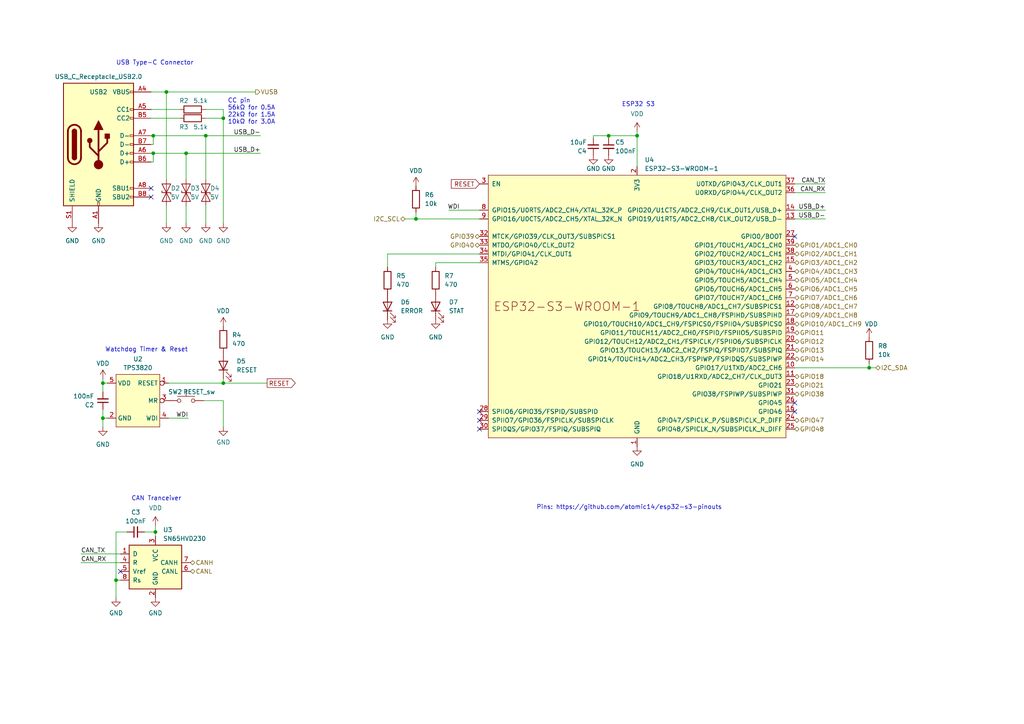
<source format=kicad_sch>
(kicad_sch (version 20250114) (generator "eeschema") (generator_version "9.0")
  (paper "A4")
  (lib_symbols
    (symbol "Connector:USB_C_Receptacle_USB2.0" (pin_names (offset 1.016))
      (property "Reference" "J" (at -10.16 19.05 0))
      (property "Value" "USB_C_Receptacle_USB2.0" (at 19.05 19.05 0))
      (symbol "USB_C_Receptacle_USB2.0_0_0"
        (rectangle (start -0.254 -17.78) (end 0.254 -16.764))
        (rectangle (start 10.16 15.494) (end 9.144 14.986))
        (rectangle (start 10.16 10.414) (end 9.144 9.906))
        (rectangle (start 10.16 7.874) (end 9.144 7.366))
        (rectangle (start 10.16 2.794) (end 9.144 2.286))
        (rectangle (start 10.16 0.254) (end 9.144 -0.254))
        (rectangle (start 10.16 -2.286) (end 9.144 -2.794))
        (rectangle (start 10.16 -4.826) (end 9.144 -5.334))
        (rectangle (start 10.16 -12.446) (end 9.144 -12.954))
        (rectangle (start 10.16 -14.986) (end 9.144 -15.494))
      )
      (symbol "USB_C_Receptacle_USB2.0_0_1"
        (rectangle (start -10.16 17.78) (end 10.16 -17.78) (stroke (width 0.254)) (fill (type background)))
        (polyline (pts (xy -8.89 -3.81) (xy -8.89 3.81)) (stroke (width 0.508)))
        (rectangle (start -7.62 -3.81) (end -6.35 3.81) (stroke (width 0.254)) (fill (type outline)))
        (arc (start -7.62 3.81) (mid -6.985 4.4423) (end -6.35 3.81) (stroke (width 0.254)))
        (arc (start -7.62 3.81) (mid -6.985 4.4423) (end -6.35 3.81) (stroke (width 0.254)) (fill (type outline)))
        (arc (start -8.89 3.81) (mid -6.985 5.7067) (end -5.08 3.81) (stroke (width 0.508)))
        (arc (start -5.08 -3.81) (mid -6.985 -5.7067) (end -8.89 -3.81) (stroke (width 0.508)))
        (arc (start -6.35 -3.81) (mid -6.985 -4.4423) (end -7.62 -3.81) (stroke (width 0.254)))
        (arc (start -6.35 -3.81) (mid -6.985 -4.4423) (end -7.62 -3.81) (stroke (width 0.254)) (fill (type outline)))
        (polyline (pts (xy -5.08 3.81) (xy -5.08 -3.81)) (stroke (width 0.508)))
        (circle (center -2.54 1.143) (radius 0.635) (stroke (width 0.254)) (fill (type outline)))
        (polyline (pts (xy -1.27 4.318) (xy 0 6.858) (xy 1.27 4.318) (xy -1.27 4.318)) (stroke (width 0.254)) (fill (type outline)))
        (polyline (pts (xy 0 -2.032) (xy 2.54 0.508) (xy 2.54 1.778)) (stroke (width 0.508)))
        (polyline (pts (xy 0 -3.302) (xy -2.54 -0.762) (xy -2.54 0.508)) (stroke (width 0.508)))
        (polyline (pts (xy 0 -5.842) (xy 0 4.318)) (stroke (width 0.508)))
        (circle (center 0 -5.842) (radius 1.27) (fill (type outline)))
        (rectangle (start 1.905 1.778) (end 3.175 3.048) (stroke (width 0.254)) (fill (type outline)))
      )
      (symbol "USB_C_Receptacle_USB2.0_1_1"
        (pin passive line (at -7.62 -22.86 90) (length 5.08) (name "SHIELD") (number "S1"))
        (pin passive line (at 0 -22.86 90) (length 5.08) (name "GND") (number "A1"))
        (pin passive line (at 0 -22.86 90) (length 5.08) (hide yes) (name "GND") (number "A12"))
        (pin passive line (at 0 -22.86 90) (length 5.08) (hide yes) (name "GND") (number "B1"))
        (pin passive line (at 0 -22.86 90) (length 5.08) (hide yes) (name "GND") (number "B12"))
        (pin passive line (at 15.24 15.24 180) (length 5.08) (name "VBUS") (number "A4"))
        (pin passive line (at 15.24 15.24 180) (length 5.08) (hide yes) (name "VBUS") (number "A9"))
        (pin passive line (at 15.24 15.24 180) (length 5.08) (hide yes) (name "VBUS") (number "B4"))
        (pin passive line (at 15.24 15.24 180) (length 5.08) (hide yes) (name "VBUS") (number "B9"))
        (pin bidirectional line (at 15.24 10.16 180) (length 5.08) (name "CC1") (number "A5"))
        (pin bidirectional line (at 15.24 7.62 180) (length 5.08) (name "CC2") (number "B5"))
        (pin bidirectional line (at 15.24 2.54 180) (length 5.08) (name "D-") (number "A7"))
        (pin bidirectional line (at 15.24 0 180) (length 5.08) (name "D-") (number "B7"))
        (pin bidirectional line (at 15.24 -2.54 180) (length 5.08) (name "D+") (number "A6"))
        (pin bidirectional line (at 15.24 -5.08 180) (length 5.08) (name "D+") (number "B6"))
        (pin bidirectional line (at 15.24 -12.7 180) (length 5.08) (name "SBU1") (number "A8"))
        (pin bidirectional line (at 15.24 -15.24 180) (length 5.08) (name "SBU2") (number "B8"))
      )
    )
    (symbol "Device:C_Small" (pin_numbers (hide yes)) (pin_names (offset 0.254) (hide yes))
      (property "Reference" "C" (at 0.254 1.778 0))
      (property "Value" "C_Small" (at 0.254 -2.032 0))
      (symbol "C_Small_0_1"
        (polyline (pts (xy -1.524 0.508) (xy 1.524 0.508)) (stroke (width 0.3048)))
        (polyline (pts (xy -1.524 -0.508) (xy 1.524 -0.508)) (stroke (width 0.3302)))
      )
      (symbol "C_Small_1_1"
        (pin passive line (at 0 2.54 270) (length 2.032) (name "~") (number "1"))
        (pin passive line (at 0 -2.54 90) (length 2.032) (name "~") (number "2"))
      )
    )
    (symbol "Device:LED" (pin_numbers (hide yes)) (pin_names (offset 1.016) (hide yes))
      (property "Reference" "D" (at 0 2.54 0))
      (property "Value" "LED" (at 0 -2.54 0))
      (symbol "LED_0_1"
        (polyline (pts (xy -3.048 -0.762) (xy -4.572 -2.286) (xy -3.81 -2.286) (xy -4.572 -2.286) (xy -4.572 -1.524)))
        (polyline (pts (xy -1.778 -0.762) (xy -3.302 -2.286) (xy -2.54 -2.286) (xy -3.302 -2.286) (xy -3.302 -1.524)))
        (polyline (pts (xy -1.27 0) (xy 1.27 0)))
        (polyline (pts (xy -1.27 -1.27) (xy -1.27 1.27)) (stroke (width 0.254)))
        (polyline (pts (xy 1.27 -1.27) (xy 1.27 1.27) (xy -1.27 0) (xy 1.27 -1.27)) (stroke (width 0.254)))
      )
      (symbol "LED_1_1"
        (pin passive line (at -3.81 0 0) (length 2.54) (name "K") (number "1"))
        (pin passive line (at 3.81 0 180) (length 2.54) (name "A") (number "2"))
      )
    )
    (symbol "Device:R" (pin_numbers (hide yes)) (pin_names (offset 0))
      (property "Reference" "R" (at 2.032 0 90))
      (property "Value" "R" (at 0 0 90))
      (symbol "R_0_1"
        (rectangle (start -1.016 -2.54) (end 1.016 2.54) (stroke (width 0.254)))
      )
      (symbol "R_1_1"
        (pin passive line (at 0 3.81 270) (length 1.27) (name "~") (number "1"))
        (pin passive line (at 0 -3.81 90) (length 1.27) (name "~") (number "2"))
      )
    )
    (symbol "Diode:ESD9B5.0ST5G" (pin_numbers (hide yes)) (pin_names (offset 1.016) (hide yes))
      (property "Reference" "D" (at 0 2.54 0))
      (property "Value" "ESD9B5.0ST5G" (at 0 -2.54 0))
      (symbol "ESD9B5.0ST5G_0_1"
        (polyline (pts (xy -2.54 -1.27) (xy 0 0) (xy -2.54 1.27) (xy -2.54 -1.27)) (stroke (width 0.2032)))
        (polyline (pts (xy 0.508 1.27) (xy 0 1.27) (xy 0 -1.27) (xy -0.508 -1.27)) (stroke (width 0.2032)))
        (polyline (pts (xy 1.27 0) (xy -1.27 0)))
        (polyline (pts (xy 2.54 1.27) (xy 2.54 -1.27) (xy 0 0) (xy 2.54 1.27)) (stroke (width 0.2032)))
      )
      (symbol "ESD9B5.0ST5G_1_1"
        (pin passive line (at -3.81 0 0) (length 2.54) (name "A1") (number "1"))
        (pin passive line (at 3.81 0 180) (length 2.54) (name "A2") (number "2"))
      )
    )
    (symbol "Interface_CAN_LIN:SN65HVD230" (pin_names (offset 1.016))
      (property "Reference" "U" (at -2.54 10.16 0))
      (property "Value" "SN65HVD230" (at -2.54 7.62 0))
      (symbol "SN65HVD230_0_1"
        (rectangle (start -7.62 5.08) (end 7.62 -7.62) (stroke (width 0.254)) (fill (type background)))
      )
      (symbol "SN65HVD230_1_1"
        (pin input line (at -10.16 2.54 0) (length 2.54) (name "D") (number "1"))
        (pin output line (at -10.16 0 0) (length 2.54) (name "R") (number "4"))
        (pin output line (at -10.16 -2.54 0) (length 2.54) (name "Vref") (number "5"))
        (pin input line (at -10.16 -5.08 0) (length 2.54) (name "Rs") (number "8"))
        (pin power_in line (at 0 7.62 270) (length 2.54) (name "VCC") (number "3"))
        (pin power_in line (at 0 -10.16 90) (length 2.54) (name "GND") (number "2"))
        (pin bidirectional line (at 10.16 0 180) (length 2.54) (name "CANH") (number "7"))
        (pin bidirectional line (at 10.16 -2.54 180) (length 2.54) (name "CANL") (number "6"))
      )
    )
    (symbol "PCM_Espressif:ESP32-S3-WROOM-1" (pin_names (offset 1.016))
      (property "Reference" "U" (at -43.18 43.18 0))
      (property "Value" "ESP32-S3-WROOM-1" (at -43.18 40.64 0))
      (symbol "ESP32-S3-WROOM-1_0_0"
        (text "ESP32-S3-WROOM-1" (at -20.32 0 0) (effects (font (size 2.54 2.54))))
        (pin input line (at -45.72 35.56 0) (length 2.54) (name "EN") (number "3"))
        (pin bidirectional line (at -45.72 27.94 0) (length 2.54) (name "GPIO15/U0RTS/ADC2_CH4/XTAL_32K_P") (number "8"))
        (pin bidirectional line (at -45.72 25.4 0) (length 2.54) (name "GPIO16/U0CTS/ADC2_CH5/XTAL_32K_N") (number "9"))
        (pin bidirectional line (at -45.72 20.32 0) (length 2.54) (name "MTCK/GPIO39/CLK_OUT3/SUBSPICS1") (number "32"))
        (pin bidirectional line (at -45.72 17.78 0) (length 2.54) (name "MTDO/GPIO40/CLK_OUT2") (number "33"))
        (pin bidirectional line (at -45.72 15.24 0) (length 2.54) (name "MTDI/GPIO41/CLK_OUT1") (number "34"))
        (pin bidirectional line (at -45.72 12.7 0) (length 2.54) (name "MTMS/GPIO42") (number "35"))
        (pin bidirectional line (at -45.72 -30.48 0) (length 2.54) (name "SPIIO6/GPIO35/FSPID/SUBSPID") (number "28"))
        (pin bidirectional line (at -45.72 -33.02 0) (length 2.54) (name "SPIIO7/GPIO36/FSPICLK/SUBSPICLK") (number "29"))
        (pin bidirectional line (at -45.72 -35.56 0) (length 2.54) (name "SPIDQS/GPIO37/FSPIQ/SUBSPIQ") (number "30"))
        (pin power_in line (at 0 40.64 270) (length 2.54) (name "3V3") (number "2"))
        (pin power_in line (at 0 -40.64 90) (length 2.54) (name "GND") (number "1"))
        (pin passive line (at 0 -40.64 90) (length 2.54) (hide yes) (name "GND") (number "40"))
        (pin passive line (at 0 -40.64 90) (length 2.54) (hide yes) (name "GND") (number "41"))
        (pin bidirectional line (at 45.72 35.56 180) (length 2.54) (name "U0TXD/GPIO43/CLK_OUT1") (number "37"))
        (pin bidirectional line (at 45.72 33.02 180) (length 2.54) (name "U0RXD/GPIO44/CLK_OUT2") (number "36"))
        (pin bidirectional line (at 45.72 27.94 180) (length 2.54) (name "GPIO20/U1CTS/ADC2_CH9/CLK_OUT1/USB_D+") (number "14"))
        (pin bidirectional line (at 45.72 25.4 180) (length 2.54) (name "GPIO19/U1RTS/ADC2_CH8/CLK_OUT2/USB_D-") (number "13"))
        (pin bidirectional line (at 45.72 20.32 180) (length 2.54) (name "GPIO0/BOOT") (number "27"))
        (pin bidirectional line (at 45.72 17.78 180) (length 2.54) (name "GPIO1/TOUCH1/ADC1_CH0") (number "39"))
        (pin bidirectional line (at 45.72 15.24 180) (length 2.54) (name "GPIO2/TOUCH2/ADC1_CH1") (number "38"))
        (pin bidirectional line (at 45.72 12.7 180) (length 2.54) (name "GPIO3/TOUCH3/ADC1_CH2") (number "15"))
        (pin bidirectional line (at 45.72 10.16 180) (length 2.54) (name "GPIO4/TOUCH4/ADC1_CH3") (number "4"))
        (pin bidirectional line (at 45.72 7.62 180) (length 2.54) (name "GPIO5/TOUCH5/ADC1_CH4") (number "5"))
        (pin bidirectional line (at 45.72 5.08 180) (length 2.54) (name "GPIO6/TOUCH6/ADC1_CH5") (number "6"))
        (pin bidirectional line (at 45.72 2.54 180) (length 2.54) (name "GPIO7/TOUCH7/ADC1_CH6") (number "7"))
        (pin bidirectional line (at 45.72 0 180) (length 2.54) (name "GPIO8/TOUCH8/ADC1_CH7/SUBSPICS1") (number "12"))
        (pin bidirectional line (at 45.72 -2.54 180) (length 2.54) (name "GPIO9/TOUCH9/ADC1_CH8/FSPIHD/SUBSPIHD") (number "17"))
        (pin bidirectional line (at 45.72 -5.08 180) (length 2.54) (name "GPIO10/TOUCH10/ADC1_CH9/FSPICS0/FSPIIO4/SUBSPICS0") (number "18"))
        (pin bidirectional line (at 45.72 -7.62 180) (length 2.54) (name "GPIO11/TOUCH11/ADC2_CH0/FSPID/FSPIIO5/SUBSPID") (number "19"))
        (pin bidirectional line (at 45.72 -10.16 180) (length 2.54) (name "GPIO12/TOUCH12/ADC2_CH1/FSPICLK/FSPIIO6/SUBSPICLK") (number "20"))
        (pin bidirectional line (at 45.72 -12.7 180) (length 2.54) (name "GPIO13/TOUCH13/ADC2_CH2/FSPIQ/FSPIIO7/SUBSPIQ") (number "21"))
        (pin bidirectional line (at 45.72 -15.24 180) (length 2.54) (name "GPIO14/TOUCH14/ADC2_CH3/FSPIWP/FSPIDQS/SUBSPIWP") (number "22"))
        (pin bidirectional line (at 45.72 -17.78 180) (length 2.54) (name "GPIO17/U1TXD/ADC2_CH6") (number "10"))
        (pin bidirectional line (at 45.72 -20.32 180) (length 2.54) (name "GPIO18/U1RXD/ADC2_CH7/CLK_OUT3") (number "11"))
        (pin bidirectional line (at 45.72 -22.86 180) (length 2.54) (name "GPIO21") (number "23"))
        (pin bidirectional line (at 45.72 -25.4 180) (length 2.54) (name "GPIO38/FSPIWP/SUBSPIWP") (number "31"))
        (pin bidirectional line (at 45.72 -27.94 180) (length 2.54) (name "GPIO45") (number "26"))
        (pin bidirectional line (at 45.72 -30.48 180) (length 2.54) (name "GPIO46") (number "16"))
        (pin bidirectional line (at 45.72 -33.02 180) (length 2.54) (name "GPIO47/SPICLK_P/SUBSPICLK_P_DIFF") (number "24"))
        (pin bidirectional line (at 45.72 -35.56 180) (length 2.54) (name "GPIO48/SPICLK_N/SUBSPICLK_N_DIFF") (number "25"))
      )
      (symbol "ESP32-S3-WROOM-1_0_1"
        (rectangle (start -43.18 38.1) (end 43.18 -38.1) (fill (type background)))
      )
    )
    (symbol "Switch:SW_Push" (pin_numbers (hide yes)) (pin_names (offset 1.016) (hide yes))
      (property "Reference" "SW" (at 1.27 2.54 0))
      (property "Value" "SW_Push" (at 0 -1.524 0))
      (symbol "SW_Push_0_1"
        (circle (center -2.032 0) (radius 0.508))
        (polyline (pts (xy 0 1.27) (xy 0 3.048)))
        (circle (center 2.032 0) (radius 0.508))
        (polyline (pts (xy 2.54 1.27) (xy -2.54 1.27)))
        (pin passive line (at -5.08 0 0) (length 2.54) (name "1") (number "1"))
        (pin passive line (at 5.08 0 180) (length 2.54) (name "2") (number "2"))
      )
    )
    (symbol "WOBCLibrary:TPS3820"
      (property "Reference" "U" (at 0 0 0))
      (property "Value" "TPS3820" (at 0 8.89 0))
      (symbol "TPS3820_1_1"
        (rectangle (start -6.35 7.62) (end 6.35 -7.62) (fill (type background)))
        (pin power_in line (at -8.89 5.08 0) (length 2.54) (name "VDD") (number "5"))
        (pin power_in line (at -8.89 -5.08 0) (length 2.54) (name "GND") (number "2"))
        (pin output inverted (at 8.89 5.08 180) (length 2.54) (name "RESET") (number "1"))
        (pin input inverted (at 8.89 0 180) (length 2.54) (name "MR") (number "3"))
        (pin input line (at 8.89 -5.08 180) (length 2.54) (name "WDI") (number "4"))
      )
    )
    (symbol "power:GND" (power) (pin_names (offset 0))
      (property "Value" "GND" (at 0 -3.81 0))
      (symbol "GND_0_1"
        (polyline (pts (xy 0 0) (xy 0 -1.27) (xy 1.27 -1.27) (xy 0 -2.54) (xy -1.27 -1.27) (xy 0 -1.27)))
      )
      (symbol "GND_1_1"
        (pin power_in line (at 0 0 270) (length 0) (hide yes) (name "GND") (number "1"))
      )
    )
    (symbol "power:VDD" (power) (pin_names (offset 0))
      (property "Value" "VDD" (at 0 3.81 0))
      (symbol "VDD_0_1"
        (polyline (pts (xy -0.762 1.27) (xy 0 2.54)))
        (polyline (pts (xy 0 2.54) (xy 0.762 1.27)))
        (polyline (pts (xy 0 0) (xy 0 2.54)))
      )
      (symbol "VDD_1_1"
        (pin power_in line (at 0 0 90) (length 0) (hide yes) (name "VDD") (number "1"))
      )
    )
  )
  (text "ESP32 S3" (at 180.34 31.115 0) (effects (font (size 1.27 1.27)) (justify left bottom)))
  (text "Watchdog Timer & Reset" (at 30.48 102.235 0) (effects (font (size 1.27 1.27)) (justify left bottom)))
  (text "CAN Tranceiver" (at 38.1 145.415 0) (effects (font (size 1.27 1.27)) (justify left bottom)))
  (text "Pins: https://github.com/atomic14/esp32-s3-pinouts" (at 155.575 147.955 0) (effects (font (size 1.27 1.27)) (justify left bottom)))
  (text "USB Type-C Connector" (at 33.655 19.05 0) (effects (font (size 1.27 1.27)) (justify left bottom)))
  (text "CC pin\n56kΩ for 0.5A\n22kΩ for 1.5A\n10kΩ for 3.0A" (at 66.04 36.195 0) (effects (font (size 1.27 1.27)) (justify left bottom)))
  (junction (at 45.085 154.305))
  (junction (at 176.53 39.37))
  (junction (at 59.69 39.37))
  (junction (at 44.45 44.45))
  (junction (at 29.845 111.125))
  (junction (at 53.975 44.45))
  (junction (at 29.845 121.285))
  (junction (at 44.45 39.37))
  (junction (at 120.65 63.5))
  (junction (at 48.26 26.67))
  (junction (at 64.77 111.125))
  (junction (at 64.77 34.29))
  (junction (at 252.095 106.68))
  (junction (at 184.785 39.37))
  (junction (at 33.655 168.275))
  (no_connect (at 230.505 68.58))
  (no_connect (at 230.505 116.84))
  (no_connect (at 34.925 165.735))
  (no_connect (at 139.065 121.92))
  (no_connect (at 139.065 124.46))
  (no_connect (at 43.815 57.15))
  (no_connect (at 230.505 119.38))
  (no_connect (at 139.065 119.38))
  (no_connect (at 43.815 54.61))
  (wire (pts (xy 44.45 39.37) (xy 59.69 39.37)))
  (wire (pts (xy 112.395 73.66) (xy 112.395 77.47)))
  (wire (pts (xy 48.26 26.67) (xy 74.0972 26.67)))
  (wire (pts (xy 29.845 123.825) (xy 29.845 121.285)))
  (wire (pts (xy 23.495 163.195) (xy 34.925 163.195)))
  (wire (pts (xy 53.975 64.77) (xy 53.975 59.69)))
  (wire (pts (xy 43.815 39.37) (xy 44.45 39.37)))
  (wire (pts (xy 23.495 160.655) (xy 34.925 160.655)))
  (wire (pts (xy 33.655 168.275) (xy 34.925 168.275)))
  (wire (pts (xy 53.975 44.45) (xy 53.975 52.07)))
  (wire (pts (xy 43.815 46.99) (xy 44.45 46.99)))
  (wire (pts (xy 59.69 64.77) (xy 59.69 59.69)))
  (wire (pts (xy 112.395 73.66) (xy 139.065 73.66)))
  (wire (pts (xy 252.095 106.68) (xy 230.505 106.68)))
  (wire (pts (xy 29.845 111.125) (xy 31.115 111.125)))
  (wire (pts (xy 41.91 154.305) (xy 45.085 154.305)))
  (wire (pts (xy 48.26 26.67) (xy 43.815 26.67)))
  (wire (pts (xy 44.45 41.91) (xy 44.45 39.37)))
  (wire (pts (xy 59.69 31.75) (xy 64.77 31.75)))
  (wire (pts (xy 75.565 44.45) (xy 53.975 44.45)))
  (wire (pts (xy 239.395 60.96) (xy 230.505 60.96)))
  (wire (pts (xy 59.055 116.205) (xy 64.77 116.205)))
  (wire (pts (xy 44.45 46.99) (xy 44.45 44.45)))
  (wire (pts (xy 126.365 77.47) (xy 126.365 76.2)))
  (wire (pts (xy 230.505 53.34) (xy 239.395 53.34)))
  (wire (pts (xy 52.07 31.75) (xy 43.815 31.75)))
  (wire (pts (xy 43.815 41.91) (xy 44.45 41.91)))
  (wire (pts (xy 64.77 111.125) (xy 48.895 111.125)))
  (wire (pts (xy 64.77 31.75) (xy 64.77 34.29)))
  (wire (pts (xy 33.655 168.275) (xy 33.655 154.305)))
  (wire (pts (xy 29.845 118.745) (xy 29.845 121.285)))
  (wire (pts (xy 45.085 154.305) (xy 45.085 155.575)))
  (wire (pts (xy 252.095 105.41) (xy 252.095 106.68)))
  (wire (pts (xy 77.47 111.125) (xy 64.77 111.125)))
  (wire (pts (xy 59.69 34.29) (xy 64.77 34.29)))
  (wire (pts (xy 54.61 121.285) (xy 48.895 121.285)))
  (wire (pts (xy 45.085 152.4) (xy 45.085 154.305)))
  (wire (pts (xy 29.845 121.285) (xy 31.115 121.285)))
  (wire (pts (xy 239.395 55.88) (xy 230.505 55.88)))
  (wire (pts (xy 64.77 116.205) (xy 64.77 123.825)))
  (wire (pts (xy 239.395 63.5) (xy 230.505 63.5)))
  (wire (pts (xy 64.77 109.855) (xy 64.77 111.125)))
  (wire (pts (xy 126.365 76.2) (xy 139.065 76.2)))
  (wire (pts (xy 130.175 60.96) (xy 139.065 60.96)))
  (wire (pts (xy 59.69 39.37) (xy 75.565 39.37)))
  (wire (pts (xy 120.65 63.5) (xy 139.065 63.5)))
  (wire (pts (xy 48.26 64.77) (xy 48.26 59.69)))
  (wire (pts (xy 59.69 39.37) (xy 59.69 52.07)))
  (wire (pts (xy 184.785 38.1) (xy 184.785 39.37)))
  (wire (pts (xy 53.975 44.45) (xy 44.45 44.45)))
  (wire (pts (xy 184.785 39.37) (xy 184.785 48.26)))
  (wire (pts (xy 29.845 111.125) (xy 29.845 113.665)))
  (wire (pts (xy 254 106.68) (xy 252.095 106.68)))
  (wire (pts (xy 33.655 173.355) (xy 33.655 168.275)))
  (wire (pts (xy 184.785 39.37) (xy 176.53 39.37)))
  (wire (pts (xy 120.65 61.595) (xy 120.65 63.5)))
  (wire (pts (xy 64.77 34.29) (xy 64.77 64.77)))
  (wire (pts (xy 29.845 109.855) (xy 29.845 111.125)))
  (wire (pts (xy 33.655 154.305) (xy 36.83 154.305)))
  (wire (pts (xy 172.085 40.005) (xy 172.085 39.37)))
  (wire (pts (xy 172.085 39.37) (xy 176.53 39.37)))
  (wire (pts (xy 176.53 39.37) (xy 176.53 40.005)))
  (wire (pts (xy 48.26 26.67) (xy 48.26 52.07)))
  (wire (pts (xy 117.475 63.5) (xy 120.65 63.5)))
  (wire (pts (xy 44.45 44.45) (xy 43.815 44.45)))
  (wire (pts (xy 52.07 34.29) (xy 43.815 34.29)))
  (label "CAN_TX" (at 23.495 160.655 0))
  (label "USB_D-" (at 75.565 39.37 180))
  (label "CAN_TX" (at 232.41 53.34 0))
  (label "CAN_RX" (at 239.395 55.88 180))
  (label "USB_D+" (at 75.565 44.45 180))
  (label "WDI" (at 54.61 121.285 180))
  (label "USB_D-" (at 239.395 63.5 180))
  (label "USB_D+" (at 239.395 60.96 180))
  (label "CAN_RX" (at 23.495 163.195 0))
  (label "WDI" (at 133.35 60.96 180))
  (global_label "RESET" (shape output) (at 77.47 111.125 0) (property "Intersheetrefs" "${INTERSHEET_REFS}" (effects (hide yes))))
  (global_label "RESET" (shape input) (at 139.065 53.34 180) (property "Intersheetrefs" "${INTERSHEET_REFS}" (effects (hide yes))))
  (hierarchical_label "GPIO48" (shape bidirectional) (at 230.505 124.46 0))
  (hierarchical_label "GPIO18" (shape bidirectional) (at 230.505 109.22 0))
  (hierarchical_label "GPIO40" (shape bidirectional) (at 139.065 71.12 180))
  (hierarchical_label "GPIO13" (shape bidirectional) (at 230.505 101.6 0))
  (hierarchical_label "GPIO21" (shape bidirectional) (at 230.505 111.76 0))
  (hierarchical_label "GPIO12" (shape bidirectional) (at 230.505 99.06 0))
  (hierarchical_label "I2C_SDA" (shape bidirectional) (at 254 106.68 0))
  (hierarchical_label "GPIO3{slash}ADC1_CH2" (shape bidirectional) (at 230.505 76.2 0))
  (hierarchical_label "GPIO8{slash}ADC1_CH7" (shape bidirectional) (at 230.505 88.9 0))
  (hierarchical_label "GPIO9{slash}ADC1_CH8" (shape bidirectional) (at 230.505 91.44 0))
  (hierarchical_label "GPIO2{slash}ADC1_CH1" (shape bidirectional) (at 230.505 73.66 0))
  (hierarchical_label "GPIO47" (shape bidirectional) (at 230.505 121.92 0))
  (hierarchical_label "CANL" (shape bidirectional) (at 55.245 165.735 0))
  (hierarchical_label "GPIO5{slash}ADC1_CH4" (shape bidirectional) (at 230.505 81.28 0))
  (hierarchical_label "CANH" (shape bidirectional) (at 55.245 163.195 0))
  (hierarchical_label "GPIO14" (shape bidirectional) (at 230.505 104.14 0))
  (hierarchical_label "GPIO4{slash}ADC1_CH3" (shape bidirectional) (at 230.505 78.74 0))
  (hierarchical_label "GPIO38" (shape bidirectional) (at 230.505 114.3 0))
  (hierarchical_label "I2C_SCL" (shape bidirectional) (at 117.475 63.5 180))
  (hierarchical_label "GPIO1{slash}ADC1_CH0" (shape bidirectional) (at 230.505 71.12 0))
  (hierarchical_label "GPIO6{slash}ADC1_CH5" (shape bidirectional) (at 230.505 83.82 0))
  (hierarchical_label "GPIO10{slash}ADC1_CH9" (shape bidirectional) (at 230.505 93.98 0))
  (hierarchical_label "VUSB" (shape output) (at 74.0972 26.67 0))
  (hierarchical_label "GPIO39" (shape bidirectional) (at 139.065 68.58 180))
  (hierarchical_label "GPIO7{slash}ADC1_CH6" (shape bidirectional) (at 230.505 86.36 0))
  (hierarchical_label "GPIO11" (shape bidirectional) (at 230.505 96.52 0))
  (symbol (lib_id "power:GND") (at 29.845 123.825 0) (unit 1)
    (property "Reference" "#PWR05" (effects (hide yes)))
    (property "Value" "GND" (at 29.845 128.905 0))
  )
  (symbol (lib_id "power:VDD") (at 45.085 152.4 0) (unit 1)
    (property "Reference" "#PWR07" (effects (hide yes)))
    (property "Value" "VDD" (at 45.085 147.32 0))
  )
  (symbol (lib_id "power:VDD") (at 64.77 94.615 0) (unit 1)
    (property "Reference" "#PWR013" (effects (hide yes)))
    (property "Value" "VDD" (at 64.77 90.17 0))
  )
  (symbol (lib_id "PCM_Espressif:ESP32-S3-WROOM-1") (at 184.785 88.9 0) (unit 1)
    (property "Reference" "U4" (at 186.9791 46.355 0) (effects (justify left)))
    (property "Value" "ESP32-S3-WROOM-1" (at 186.9791 48.895 0) (effects (justify left)))
    (property "Footprint" "RF_Module:ESP32-S3-WROOM-1" (effects (hide yes)))
    (property "Datasheet" "https://www.espressif.com/sites/default/files/documentation/esp32-s3-wroom-1_wroom-1u_datasheet_en.pdf" (effects (hide yes)))
  )
  (symbol (lib_id "power:GND") (at 176.53 45.085 0) (unit 1)
    (property "Reference" "#PWR019" (effects (hide yes)))
    (property "Value" "GND" (at 176.53 48.895 0))
  )
  (symbol (lib_id "power:GND") (at 184.785 129.54 0) (unit 1)
    (property "Reference" "#PWR021" (effects (hide yes)))
    (property "Value" "GND" (at 184.785 134.62 0))
  )
  (symbol (lib_id "power:GND") (at 33.655 173.355 0) (unit 1)
    (property "Reference" "#PWR06" (effects (hide yes)))
    (property "Value" "GND" (at 33.655 177.8 0))
  )
  (symbol (lib_id "Device:R") (at 55.88 31.75 90) (unit 1)
    (property "Reference" "R2" (at 53.34 29.21 90))
    (property "Value" "5.1k" (at 58.166 29.21 90))
    (property "Footprint" "Resistor_SMD:R_0402_1005Metric" (effects (hide yes)))
    (property "LCSC" "C25905" (effects (hide yes)))
  )
  (symbol (lib_id "Device:R") (at 126.365 81.28 0) (unit 1)
    (property "Reference" "R7" (at 128.905 80.01 0) (effects (justify left)))
    (property "Value" "470" (at 128.905 82.55 0) (effects (justify left)))
    (property "Footprint" "Resistor_SMD:R_0402_1005Metric" (effects (hide yes)))
    (property "LCSC" "C25117" (effects (hide yes)))
  )
  (symbol (lib_id "Device:C_Small") (at 172.085 42.545 180) (unit 1)
    (property "Reference" "C4" (at 170.18 43.815 0) (effects (justify left)))
    (property "Value" "10uF" (at 170.18 41.275 0) (effects (justify left)))
    (property "Footprint" "Capacitor_SMD:C_0603_1608Metric" (effects (hide yes)))
    (property "LCSC" "C96446" (effects (hide yes)))
  )
  (symbol (lib_id "power:VDD") (at 184.785 38.1 0) (unit 1)
    (property "Reference" "#PWR020" (effects (hide yes)))
    (property "Value" "VDD" (at 184.785 33.02 0))
  )
  (symbol (lib_id "power:VDD") (at 252.095 97.79 0) (unit 1)
    (property "Reference" "#PWR022" (effects (hide yes)))
    (property "Value" "VDD" (at 252.73 93.98 0))
  )
  (symbol (lib_id "Device:R") (at 112.395 81.28 0) (unit 1)
    (property "Reference" "R5" (at 114.935 80.01 0) (effects (justify left)))
    (property "Value" "470" (at 114.935 82.55 0) (effects (justify left)))
    (property "Footprint" "Resistor_SMD:R_0402_1005Metric" (effects (hide yes)))
    (property "LCSC" "C25117" (effects (hide yes)))
  )
  (symbol (lib_id "power:GND") (at 64.77 123.825 0) (unit 1)
    (property "Reference" "#PWR014" (effects (hide yes)))
    (property "Value" "GND" (at 64.77 128.27 0))
  )
  (symbol (lib_id "WOBCLibrary:TPS3820") (at 40.005 116.205 0) (unit 1)
    (property "Reference" "U2" (at 40.005 104.14 0))
    (property "Value" "TPS3820" (at 40.005 106.68 0))
    (property "Footprint" "PCM_Package_TO_SOT_SMD_AKL:SOT-23-5" (effects (hide yes)))
    (property "LCSC" "C7719" (effects (hide yes)))
  )
  (symbol (lib_id "Device:C_Small") (at 176.53 42.545 0) (unit 1)
    (property "Reference" "C5" (at 178.435 41.275 0) (effects (justify left)))
    (property "Value" "100nF" (at 178.435 43.815 0) (effects (justify left)))
    (property "Footprint" "Capacitor_SMD:C_0402_1005Metric" (effects (hide yes)))
    (property "LCSC" "C1525" (effects (hide yes)))
  )
  (symbol (lib_id "power:GND") (at 59.69 64.77 0) (unit 1)
    (property "Reference" "#PWR011" (effects (hide yes)))
    (property "Value" "GND" (at 59.69 69.85 0))
  )
  (symbol (lib_id "Device:LED") (at 112.395 88.9 90) (unit 1)
    (property "Reference" "D6" (at 116.205 87.63 90) (effects (justify right)))
    (property "Value" "ERROR" (at 116.205 90.17 90) (effects (justify right)))
    (property "Footprint" "LED_SMD:LED_0805_2012Metric" (effects (hide yes)))
    (property "LCSC" "C84256" (effects (hide yes)))
  )
  (symbol (lib_id "Device:R") (at 252.095 101.6 0) (unit 1)
    (property "Reference" "R8" (at 254.635 100.33 0) (effects (justify left)))
    (property "Value" "10k" (at 254.635 102.87 0) (effects (justify left)))
    (property "Footprint" "Resistor_SMD:R_0402_1005Metric" (effects (hide yes)))
    (property "LCSC" "C25744" (effects (hide yes)))
  )
  (symbol (lib_id "power:GND") (at 53.975 64.77 0) (unit 1)
    (property "Reference" "#PWR010" (effects (hide yes)))
    (property "Value" "GND" (at 53.975 69.85 0))
  )
  (symbol (lib_id "Device:R") (at 64.77 98.425 0) (unit 1)
    (property "Reference" "R4" (at 67.31 97.155 0) (effects (justify left)))
    (property "Value" "470" (at 67.31 99.695 0) (effects (justify left)))
    (property "Footprint" "Resistor_SMD:R_0402_1005Metric" (effects (hide yes)))
    (property "LCSC" "C25117" (effects (hide yes)))
  )
  (symbol (lib_id "power:GND") (at 172.085 45.085 0) (unit 1)
    (property "Reference" "#PWR018" (effects (hide yes)))
    (property "Value" "GND" (at 172.085 48.895 0))
  )
  (symbol (lib_id "power:GND") (at 48.26 64.77 0) (unit 1)
    (property "Reference" "#PWR09" (effects (hide yes)))
    (property "Value" "GND" (at 48.26 69.85 0))
  )
  (symbol (lib_id "Device:R") (at 120.65 57.785 0) (unit 1)
    (property "Reference" "R6" (at 123.19 56.515 0) (effects (justify left)))
    (property "Value" "10k" (at 123.19 59.055 0) (effects (justify left)))
    (property "Footprint" "Resistor_SMD:R_0402_1005Metric" (effects (hide yes)))
    (property "LCSC" "C25744" (effects (hide yes)))
  )
  (symbol (lib_id "power:GND") (at 126.365 92.71 0) (unit 1)
    (property "Reference" "#PWR017" (effects (hide yes)))
    (property "Value" "GND" (at 126.365 97.79 0))
  )
  (symbol (lib_id "power:GND") (at 28.575 64.77 0) (unit 1)
    (property "Reference" "#PWR03" (effects (hide yes)))
    (property "Value" "GND" (at 28.575 69.85 0))
  )
  (symbol (lib_id "power:GND") (at 20.955 64.77 0) (unit 1)
    (property "Reference" "#PWR02" (effects (hide yes)))
    (property "Value" "GND" (at 20.955 69.85 0))
  )
  (symbol (lib_id "Device:R") (at 55.88 34.29 90) (unit 1)
    (property "Reference" "R3" (at 53.34 36.83 90))
    (property "Value" "5.1k" (at 58.166 36.83 90))
    (property "Footprint" "Resistor_SMD:R_0402_1005Metric" (effects (hide yes)))
    (property "LCSC" "C25905" (effects (hide yes)))
  )
  (symbol (lib_id "Diode:ESD9B5.0ST5G") (at 53.975 55.88 90) (unit 1)
    (property "Reference" "D3" (at 55.245 54.61 90) (effects (justify right)))
    (property "Value" "5V" (at 55.245 57.15 90) (effects (justify right)))
    (property "Footprint" "Diode_SMD:D_SOD-882" (effects (hide yes)))
    (property "Datasheet" "https://www.onsemi.com/pub/Collateral/ESD9B-D.PDF" (effects (hide yes)))
    (property "LCSC" "C7420372" (effects (hide yes)))
  )
  (symbol (lib_id "Device:C_Small") (at 29.845 116.205 180) (unit 1)
    (property "Reference" "C2" (at 27.305 117.4687 0) (effects (justify left)))
    (property "Value" "100nF" (at 27.305 114.9287 0) (effects (justify left)))
    (property "Footprint" "Capacitor_SMD:C_0402_1005Metric" (effects (hide yes)))
    (property "LCSC" "C1525" (effects (hide yes)))
  )
  (symbol (lib_id "Switch:SW_Push") (at 53.975 116.205 0) (unit 1)
    (property "Reference" "SW2" (at 50.8 113.665 0))
    (property "Value" "RESET_sw" (at 57.785 113.665 0))
    (property "Footprint" "WOBCLibrary:TVAF06-A020B-R" (effects (hide yes)))
  )
  (symbol (lib_id "Interface_CAN_LIN:SN65HVD230") (at 45.085 163.195 0) (unit 1)
    (property "Reference" "U3" (at 47.2791 153.67 0) (effects (justify left)))
    (property "Value" "SN65HVD230" (at 47.2791 156.21 0) (effects (justify left)))
    (property "Footprint" "Package_SO:SOIC-8_3.9x4.9mm_P1.27mm" (effects (hide yes)))
    (property "Datasheet" "http://www.ti.com/lit/ds/symlink/sn65hvd230.pdf" (effects (hide yes)))
    (property "LCSC" "C12084" (effects (hide yes)))
  )
  (symbol (lib_id "Device:LED") (at 126.365 88.9 90) (unit 1)
    (property "Reference" "D7" (at 130.175 87.63 90) (effects (justify right)))
    (property "Value" "STAT" (at 130.175 90.17 90) (effects (justify right)))
    (property "Footprint" "LED_SMD:LED_0805_2012Metric" (effects (hide yes)))
    (property "LCSC" "C2297" (effects (hide yes)))
  )
  (symbol (lib_id "Connector:USB_C_Receptacle_USB2.0") (at 28.575 41.91 0) (unit 1)
    (property "Reference" "USB2" (at 28.575 26.67 0))
    (property "Value" "USB_C_Receptacle_USB2.0" (at 28.575 22.225 0))
    (property "Footprint" "WOBCLibrary:USB_C_TYPEC-301S-ACP16X7" (effects (hide yes)))
    (property "Datasheet" "https://www.usb.org/sites/default/files/documents/usb_type-c.zip" (effects (hide yes)))
    (property "LCSC" "C2856766" (effects (hide yes)))
  )
  (symbol (lib_id "Diode:ESD9B5.0ST5G") (at 48.26 55.88 90) (unit 1)
    (property "Reference" "D2" (at 49.53 54.61 90) (effects (justify right)))
    (property "Value" "5V" (at 49.53 57.15 90) (effects (justify right)))
    (property "Footprint" "Diode_SMD:D_SOD-882" (effects (hide yes)))
    (property "Datasheet" "https://www.onsemi.com/pub/Collateral/ESD9B-D.PDF" (effects (hide yes)))
    (property "LCSC" "C7420372" (effects (hide yes)))
  )
  (symbol (lib_id "power:GND") (at 45.085 173.355 0) (unit 1)
    (property "Reference" "#PWR08" (effects (hide yes)))
    (property "Value" "GND" (at 45.085 177.8 0))
  )
  (symbol (lib_id "power:VDD") (at 29.845 109.855 0) (unit 1)
    (property "Reference" "#PWR04" (effects (hide yes)))
    (property "Value" "VDD" (at 29.845 105.41 0))
  )
  (symbol (lib_id "Diode:ESD9B5.0ST5G") (at 59.69 55.88 90) (unit 1)
    (property "Reference" "D4" (at 60.96 54.61 90) (effects (justify right)))
    (property "Value" "5V" (at 60.96 57.15 90) (effects (justify right)))
    (property "Footprint" "Diode_SMD:D_SOD-882" (effects (hide yes)))
    (property "Datasheet" "https://www.onsemi.com/pub/Collateral/ESD9B-D.PDF" (effects (hide yes)))
    (property "LCSC" "C7420372" (effects (hide yes)))
  )
  (symbol (lib_id "Device:LED") (at 64.77 106.045 90) (unit 1)
    (property "Reference" "D5" (at 68.58 104.775 90) (effects (justify right)))
    (property "Value" "RESET" (at 68.58 107.315 90) (effects (justify right)))
    (property "Footprint" "LED_SMD:LED_0805_2012Metric" (effects (hide yes)))
    (property "LCSC" "C2296" (effects (hide yes)))
  )
  (symbol (lib_id "power:GND") (at 112.395 92.71 0) (unit 1)
    (property "Reference" "#PWR015" (effects (hide yes)))
    (property "Value" "GND" (at 112.395 97.79 0))
  )
  (symbol (lib_id "power:GND") (at 64.77 64.77 0) (unit 1)
    (property "Reference" "#PWR012" (effects (hide yes)))
    (property "Value" "GND" (at 64.77 69.85 0))
  )
  (symbol (lib_id "Device:C_Small") (at 39.37 154.305 90) (unit 1)
    (property "Reference" "C3" (at 39.37 148.59 90))
    (property "Value" "100nF" (at 39.37 151.13 90))
    (property "Footprint" "Capacitor_SMD:C_0402_1005Metric" (effects (hide yes)))
    (property "LCSC" "C1525" (effects (hide yes)))
  )
  (symbol (lib_id "power:VDD") (at 120.65 53.975 0) (unit 1)
    (property "Reference" "#PWR016" (effects (hide yes)))
    (property "Value" "VDD" (at 120.65 49.53 0))
  )
)
</source>
